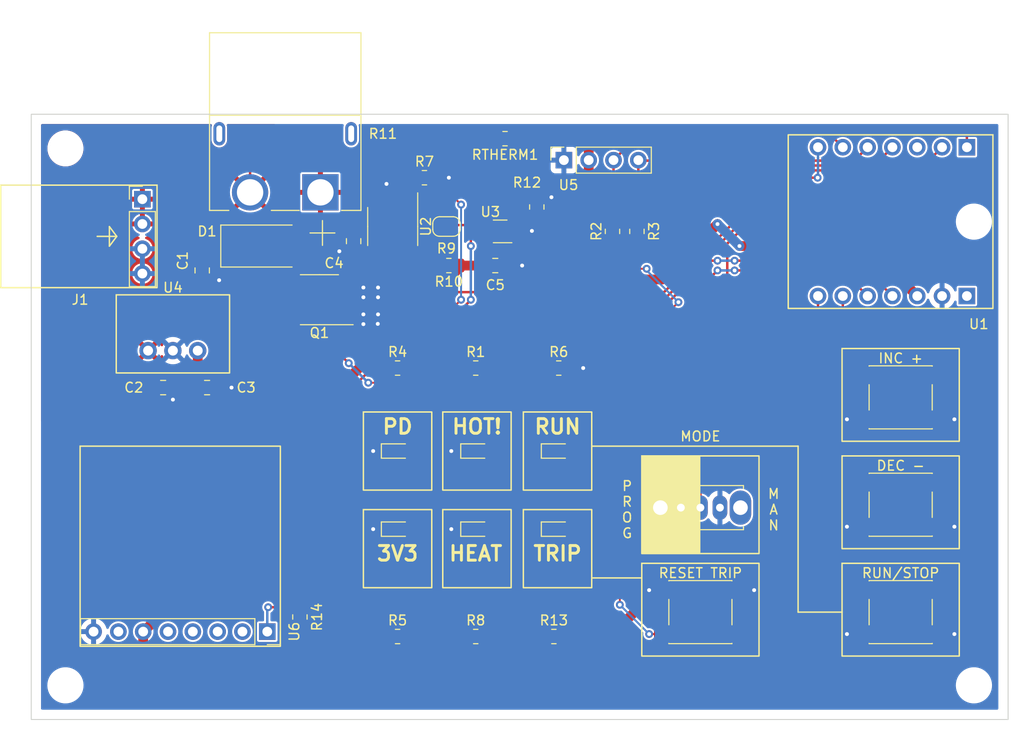
<source format=kicad_pcb>
(kicad_pcb (version 20211014) (generator pcbnew)
  (layers (0 "F.Cu" signal) (31 "B.Cu" signal) (34 "B.Paste" user) (35 "F.Paste" user) (36 "B.SilkS" user "B.Silkscreen") (37 "F.SilkS" user "F.Silkscreen") (38 "B.Mask" user) (39 "F.Mask" user) (44 "Edge.Cuts" user))
  (net 0 "")
  (net 1 "VCC")
  (net 2 "GND")
  (net 3 "+3V3")
  (net 4 "Net-(D1-Pad2)")
  (net 5 "Net-(D_3V3_POW1-Pad2)")
  (net 6 "Net-(D_HEAT1-Pad2)")
  (net 7 "Net-(D_HOT1-Pad2)")
  (net 8 "Net-(D_PD_POW1-Pad2)")
  (net 9 "/ThermalProtector/THM_PROT_OUT")
  (net 10 "Net-(D_RTD1-Pad2)")
  (net 11 "Net-(D_RUN1-Pad1)")
  (net 12 "Net-(D_RUN1-Pad2)")
  (net 13 "/OUTA")
  (net 14 "/OUTB")
  (net 15 "Net-(R1-Pad1)")
  (net 16 "/SCL")
  (net 17 "/SDA")
  (net 18 "/FET_DRIVE")
  (net 19 "Net-(R10-Pad2)")
  (net 20 "Net-(R12-Pad1)")
  (net 21 "/OW_DATA")
  (net 22 "/MODE")
  (net 23 "/INC")
  (net 24 "/DEC")
  (net 25 "/RUN")
  (net 26 "/ThermalProtector/THM_PROT_RES")
  (footprint "Capacitor_SMD:C_0805_2012Metric_Pad1.18x1.45mm_HandSolder" (layer "F.Cu") (at 91 77.5)
    (fp_text reference "C3")
    (fp_text value "C")
  )
  (footprint "Resistor_SMD:R_0805_2012Metric_Pad1.20x1.40mm_HandSolder" (layer "F.Cu") (at 115.75 65 180)
    (fp_text reference "R10")
    (fp_text value "10k")
  )
  (footprint "Button_Switch_SMD:SW_SPST_PTS645" (layer "F.Cu") (at 162 78.5)
    (fp_text reference "SWINC1" hide)
    (fp_text value "SW_SPST")
  )
  (footprint "Resistor_SMD:R_0805_2012Metric_Pad1.20x1.40mm_HandSolder" (layer "F.Cu") (at 135 61.5 90)
    (fp_text reference "R3")
    (fp_text value "4k7")
  )
  (footprint "LED_SMD:LED_0603_1608Metric_Pad1.05x0.95mm_HandSolder" (layer "F.Cu") (at 118.625 92)
    (fp_text reference "D_HEAT1" hide)
    (fp_text value "LED")
  )
  (footprint "Resistor_SMD:R_0805_2012Metric_Pad1.20x1.40mm_HandSolder" (layer "F.Cu") (at 110.5 75.5)
    (fp_text reference "R4")
    (fp_text value "1k5")
  )
  (footprint "Resistor_SMD:R_0805_2012Metric_Pad1.20x1.40mm_HandSolder" (layer "F.Cu") (at 124.75 59 90)
    (fp_text reference "R12")
    (fp_text value "420")
  )
  (footprint "Resistor_SMD:R_0805_2012Metric_Pad1.20x1.40mm_HandSolder" (layer "F.Cu") (at 118.5 75.5)
    (fp_text reference "R1")
    (fp_text value "100")
  )
  (footprint "Button_Switch_SMD:SW_SPST_PTS645" (layer "F.Cu") (at 141.5 100.5)
    (fp_text reference "SWRST1" hide)
    (fp_text value "SW_SPST")
  )
  (footprint "Resistor_SMD:R_0805_2012Metric_Pad1.20x1.40mm_HandSolder" (layer "F.Cu") (at 121.5 52 180)
    (fp_text reference "RTHERM1")
    (fp_text value "10kTHERM")
  )
  (footprint "Package_SO:SOIC-8_3.9x4.9mm_P1.27mm" (layer "F.Cu") (at 102.5 68.5 180)
    (fp_text reference "Q1")
    (fp_text value "Q_Dual_NMOS_S1G1S2G2D2D2D1D1")
  )
  (footprint "Button_Switch_THT:SW_Slide_1P2T_CK_OS102011MS2Q" (layer "F.Cu") (at 139.5 89.7975)
    (fp_text reference "SWMODE1" hide)
    (fp_text value "SW_SPDT")
  )
  (footprint "LED_SMD:LED_0603_1608Metric_Pad1.05x0.95mm_HandSolder" (layer "F.Cu") (at 118.625 84)
    (fp_text reference "D_HOT1" hide)
    (fp_text value "LED")
  )
  (footprint "Resistor_SMD:R_0805_2012Metric_Pad1.20x1.40mm_HandSolder" (layer "F.Cu") (at 126.5 103)
    (fp_text reference "R13")
    (fp_text value "100")
  )
  (footprint "Resistor_SMD:R_0805_2012Metric_Pad1.20x1.40mm_HandSolder" (layer "F.Cu") (at 132.5 61.5 90)
    (fp_text reference "R2")
    (fp_text value "4k7")
  )
  (footprint "Jumper:SolderJumper-2_P1.3mm_Bridged_RoundedPad1.0x1.5mm" (layer "F.Cu") (at 115.5 61 180)
    (fp_text reference "R9")
    (fp_text value "0")
  )
  (footprint "MountingHole:MountingHole_3.2mm_M3_ISO14580" (layer "F.Cu") (at 76.5 53)
    (fp_text reference "H2" hide)
    (fp_text value "MountingHole")
  )
  (footprint "connector_custom:PD_trigger" (layer "F.Cu") (at 84.375 62.01)
    (fp_text reference "J1")
    (fp_text value "Screw_Terminal_01x02")
  )
  (footprint "MountingHole:MountingHole_3.2mm_M3_ISO14580" (layer "F.Cu") (at 76.5 108)
    (fp_text reference "H1" hide)
    (fp_text value "MountingHole")
  )
  (footprint "Capacitor_SMD:C_0805_2012Metric_Pad1.18x1.45mm_HandSolder" (layer "F.Cu") (at 86.5 77.5)
    (fp_text reference "C2")
    (fp_text value "C")
  )
  (footprint "Button_Switch_SMD:SW_SPST_PTS645" (layer "F.Cu") (at 162 89.5)
    (fp_text reference "SWDEC1" hide)
    (fp_text value "SW_SPST")
  )
  (footprint "Connector_PinSocket_2.54mm:PinSocket_1x04_P2.54mm_Vertical" (layer "F.Cu") (at 127.525 54.2 90)
    (fp_text reference "U5")
    (fp_text value "ER-OLED0.49-1_MODULE")
  )
  (footprint "LED_SMD:LED_0603_1608Metric_Pad1.05x0.95mm_HandSolder" (layer "F.Cu") (at 126.875 92)
    (fp_text reference "D_RTD1" hide)
    (fp_text value "LED")
  )
  (footprint "LED_SMD:LED_0603_1608Metric_Pad1.05x0.95mm_HandSolder" (layer "F.Cu") (at 126.875 84)
    (fp_text reference "D_RUN1" hide)
    (fp_text value "LED")
  )
  (footprint "Capacitor_SMD:C_0805_2012Metric_Pad1.18x1.45mm_HandSolder" (layer "F.Cu") (at 120.5 65)
    (fp_text reference "C5")
    (fp_text value "C")
  )
  (footprint "MountingHole:MountingHole_3.2mm_M3_ISO14580" (layer "F.Cu") (at 169.5 60.5)
    (fp_text reference "H4" hide)
    (fp_text value "MountingHole")
  )
  (footprint "Resistor_SMD:R_0805_2012Metric_Pad1.20x1.40mm_HandSolder" (layer "F.Cu") (at 118.5 103)
    (fp_text reference "R8")
    (fp_text value "100")
  )
  (footprint "Package_SO:SOIC-8_3.9x4.9mm_P1.27mm" (layer "F.Cu") (at 110 61 -90)
    (fp_text reference "U2")
    (fp_text value "NCP81071B")
  )
  (footprint "MountingHole:MountingHole_3.2mm_M3_ISO14580" (layer "F.Cu") (at 169.5 108)
    (fp_text reference "H3" hide)
    (fp_text value "MountingHole")
  )
  (footprint "Resistor_SMD:R_0805_2012Metric_Pad1.20x1.40mm_HandSolder" (layer "F.Cu") (at 127 75.5)
    (fp_text reference "R6")
    (fp_text value "100")
  )
  (footprint "Package_TO_SOT_SMD:SOT-353_SC-70-5_Handsoldering" (layer "F.Cu") (at 121 61.5 180)
    (fp_text reference "U3")
    (fp_text value "MIC841N")
  )
  (footprint "DevBoards:QTPY ESP32 C3" (layer "F.Cu") (at 167 60.5 -90)
    (fp_text reference "U1")
    (fp_text value "Adafruit_QTPY_ESP32-C3")
  )
  (footprint "Connector_PinSocket_2.54mm:PinSocket_1x08_P2.54mm_Vertical" (layer "F.Cu") (at 97.16 102.5 -90)
    (fp_text reference "U6")
    (fp_text value "Adafruit_MAX31850")
  )
  (footprint "Capacitor_SMD:C_0805_2012Metric_Pad1.18x1.45mm_HandSolder" (layer "F.Cu") (at 90.5 65.5 -90)
    (fp_text reference "C1")
    (fp_text value "10u")
  )
  (footprint "Diode_SMD:D_SMB_Handsoldering" (layer "F.Cu") (at 97 63)
    (fp_text reference "D1")
    (fp_text value "D")
  )
  (footprint "Resistor_SMD:R_0805_2012Metric_Pad1.20x1.40mm_HandSolder" (layer "F.Cu") (at 113.25 56)
    (fp_text reference "R7")
    (fp_text value "10k")
  )
  (footprint "DevBoards:3pinDCDC" (layer "F.Cu") (at 87.5 73.714)
    (fp_text reference "U4")
    (fp_text value "VR10S3V3")
  )
  (footprint "LED_SMD:LED_0603_1608Metric_Pad1.05x0.95mm_HandSolder" (layer "F.Cu") (at 110.5 92)
    (fp_text reference "D_3V3_POW1" hide)
    (fp_text value "LED")
  )
  (footprint "Button_Switch_SMD:SW_SPST_PTS645" (layer "F.Cu") (at 162 100.5)
    (fp_text reference "SWRUN1" hide)
    (fp_text value "SW_SPST")
  )
  (footprint "Resistor_SMD:R_0805_2012Metric_Pad1.20x1.40mm_HandSolder" (layer "F.Cu") (at 110.5 103)
    (fp_text reference "R5")
    (fp_text value "100")
  )
  (footprint "LED_SMD:LED_0603_1608Metric_Pad1.05x0.95mm_HandSolder" (layer "F.Cu") (at 110.5 84)
    (fp_text reference "D_PD_POW1" hide)
    (fp_text value "LED")
  )
  (footprint "Resistor_SMD:R_0805_2012Metric_Pad1.20x1.40mm_HandSolder" (layer "F.Cu") (at 100.5 101 90)
    (fp_text reference "R14")
    (fp_text value "4k7")
  )
  (footprint "Capacitor_SMD:C_0805_2012Metric_Pad1.18x1.45mm_HandSolder" (layer "F.Cu") (at 106 62.5 -90)
    (fp_text reference "C4")
    (fp_text value "C")
  )
  (footprint "connector_custom:AMASS_XT60PW-M" (layer "F.Cu") (at 99 51.5)
    (fp_text reference "R11")
    (fp_text value "R")
  )
  (gr_rect (start 135.5 94.5) (end 147.5 84.5) (layer "F.SilkS") (width 0.15) (fill none))
  (gr_line (start 151.5 83.5) (end 151.5 100.5) (layer "F.SilkS") (width 0.15))
  (gr_line (start 130.375 83.5) (end 151.5 83.5) (layer "F.SilkS") (width 0.15))
  (gr_rect (start 115.125 90) (end 122.125 98) (layer "F.SilkS") (width 0.15) (fill none))
  (gr_line (start 151.5 100.5) (end 156 100.5) (layer "F.SilkS") (width 0.15))
  (gr_rect (start 156 84.5) (end 168 94) (layer "F.SilkS") (width 0.15) (fill none))
  (gr_rect (start 156 73.5) (end 168 83) (layer "F.SilkS") (width 0.15) (fill none))
  (gr_line (start 130.5 97) (end 135.5 97) (layer "F.SilkS") (width 0.15))
  (gr_rect (start 156 95.5) (end 168 105) (layer "F.SilkS") (width 0.15) (fill none))
  (gr_rect (start 107 90) (end 114 98) (layer "F.SilkS") (width 0.15) (fill none))
  (gr_rect (start 115.125 80) (end 122.125 88) (layer "F.SilkS") (width 0.15) (fill none))
  (gr_rect (start 123.375 90) (end 130.375 98) (layer "F.SilkS") (width 0.15) (fill none))
  (gr_rect (start 78 104) (end 98.5 83.5) (layer "F.SilkS") (width 0.15) (fill none))
  (gr_rect (start 107 80) (end 114 88) (layer "F.SilkS") (width 0.15) (fill none))
  (gr_rect (start 123.375 80) (end 130.375 88) (layer "F.SilkS") (width 0.15) (fill none))
  (gr_rect (start 135.5 95.5) (end 147.5 105) (layer "F.SilkS") (width 0.15) (fill none))
  (gr_rect (start 73 49.5) (end 173 111.5) (layer "Edge.Cuts") (width 0.1) (fill none))
  (gr_text "RESET TRIP" (at 141.5 96.5) (layer "F.SilkS") (effects (font (size 1 1))))
  (gr_text "DEC -" (at 162 85.5) (layer "F.SilkS") (effects (font (size 1 1))))
  (gr_text "PD" (at 110.5 81.5) (layer "F.SilkS") (effects (font (size 1.5 1.5) (thickness 0.3))))
  (gr_text "TRIP" (at 126.875 94.5) (layer "F.SilkS") (effects (font (size 1.5 1.5) (thickness 0.3))))
  (gr_text "HEAT" (at 118.5 94.5) (layer "F.SilkS") (effects (font (size 1.5 1.5) (thickness 0.3))))
  (gr_text "M\nA\nN\n" (at 149 90) (layer "F.SilkS") (effects (font (size 1 1))))
  (gr_text "INC +" (at 162 74.5) (layer "F.SilkS") (effects (font (size 1 1))))
  (gr_text "HOT!" (at 118.625 81.5) (layer "F.SilkS") (effects (font (size 1.5 1.5) (thickness 0.3))))
  (gr_text "MODE" (at 141.5 82.5) (layer "F.SilkS") (effects (font (size 1 1))))
  (gr_text "RUN/STOP" (at 162 96.5) (layer "F.SilkS") (effects (font (size 1 1))))
  (gr_text "P\nR\nO\nG" (at 134 90) (layer "F.SilkS") (effects (font (size 1 1))))
  (gr_text "3V3" (at 110.5 94.5) (layer "F.SilkS") (effects (font (size 1.5 1.5) (thickness 0.3))))
  (gr_text "RUN" (at 126.875 81.5) (layer "F.SilkS") (effects (font (size 1.5 1.5) (thickness 0.3))))
  (segment (start 106 61.4625) (end 105.2875 61.4625) (width 0.25) (layer "F.Cu") (net 1))
  (segment (start 106 60.25) (end 106.25 60) (width 0.25) (layer "F.Cu") (net 1))
  (segment (start 109.5 76.25) (end 108.75 77) (width 0.2) (layer "F.Cu") (net 1))
  (segment (start 106.25 60) (end 107 60) (width 0.25) (layer "F.Cu") (net 1))
  (segment (start 109.365 61.615) (end 107.75 60) (width 0.25) (layer "F.Cu") (net 1))
  (segment (start 95.4 55.1) (end 95.4 57.5) (width 0.25) (layer "F.Cu") (net 1))
  (segment (start 107.75 60) (end 107 60) (width 0.25) (layer "F.Cu") (net 1))
  (segment (start 107 60) (end 107 55.5) (width 0.25) (layer "F.Cu") (net 1))
  (segment (start 103.25 63.5) (end 103.25 72.75) (width 0.25) (layer "F.Cu") (net 1))
  (segment (start 106 61.4625) (end 106 60.25) (width 0.25) (layer "F.Cu") (net 1))
  (segment (start 106 54.5) (end 96 54.5) (width 0.25) (layer "F.Cu") (net 1))
  (segment (start 103.25 72.75) (end 105.5 75) (width 0.25) (layer "F.Cu") (net 1))
  (segment (start 105.2875 61.4625) (end 103.25 63.5) (width 0.25) (layer "F.Cu") (net 1))
  (segment (start 96 54.5) (end 95.4 55.1) (width 0.25) (layer "F.Cu") (net 1))
  (segment (start 109.5 75.5) (end 109.5 76.25) (width 0.2) (layer "F.Cu") (net 1))
  (segment (start 109.365 63.475) (end 109.365 61.615) (width 0.25) (layer "F.Cu") (net 1))
  (segment (start 108.75 77) (end 107.5 77) (width 0.2) (layer "F.Cu") (net 1))
  (segment (start 107 55.5) (end 106 54.5) (width 0.25) (layer "F.Cu") (net 1))
  (via (at 105.5 75) (size 0.8) (drill 0.4) (layers "F.Cu" "B.Cu") (net 1))
  (via (at 107.5 77) (size 0.8) (drill 0.4) (layers "F.Cu" "B.Cu") (net 1))
  (segment (start 105.5 75) (end 107.5 77) (width 0.25) (layer "B.Cu") (net 1))
  (segment (start 109.625 92) (end 108 92) (width 0.25) (layer "F.Cu") (net 2))
  (segment (start 114.25 56) (end 115.75 56) (width 0.2) (layer "F.Cu") (net 2))
  (segment (start 121.5375 65) (end 123.25 65) (width 0.25) (layer "F.Cu") (net 2))
  (segment (start 165.98 91.75) (end 167.5 91.75) (width 0.2) (layer "F.Cu") (net 2))
  (segment (start 106 63.5375) (end 104.5375 63.5375) (width 0.25) (layer "F.Cu") (net 2))
  (segment (start 124.2005 61.5) (end 124.25 61.4505) (width 0.2) (layer "F.Cu") (net 2))
  (segment (start 117.75 92) (end 116.5 92) (width 0.25) (layer "F.Cu") (net 2))
  (segment (start 165.98 102.75) (end 167.5 102.75) (width 0.2) (layer "F.Cu") (net 2))
  (segment (start 124.75 58) (end 126.25 58) (width 0.2) (layer "F.Cu") (net 2))
  (segment (start 117.75 84) (end 116 84) (width 0.25) (layer "F.Cu") (net 2))
  (segment (start 109.365 58.525) (end 109.365 56.635) (width 0.25) (layer "F.Cu") (net 2))
  (segment (start 165.98 80.75) (end 167.5 80.75) (width 0.2) (layer "F.Cu") (net 2))
  (segment (start 93.25 77.5) (end 93.5 77.5) (width 0.25) (layer "F.Cu") (net 2))
  (segment (start 90.76875 66.5) (end 92.23125 66.5) (width 0.25) (layer "F.Cu") (net 2))
  (segment (start 137.52 98.25) (end 136.25 98.25) (width 0.2) (layer "F.Cu") (net 2))
  (segment (start 158.02 80.75) (end 156.5 80.75) (width 0.2) (layer "F.Cu") (net 2))
  (segment (start 158.02 91.75) (end 156.5 91.75) (width 0.2) (layer "F.Cu") (net 2))
  (segment (start 109.625 84) (end 108 84) (width 0.25) (layer "F.Cu") (net 2))
  (segment (start 116.5 92) (end 116 92) (width 0.25) (layer "F.Cu") (net 2))
  (segment (start 158.02 102.75) (end 156.5 102.75) (width 0.2) (layer "F.Cu") (net 2))
  (segment (start 128 75.5) (end 129.5 75.5) (width 0.25) (layer "F.Cu") (net 2))
  (segment (start 122.33 61.5) (end 124.2005 61.5) (width 0.2) (layer "F.Cu") (net 2))
  (segment (start 87.5 77.26875) (end 87.5 78.73125) (width 0.5) (layer "F.Cu") (net 2))
  (segment (start 145.48 98.25) (end 147 98.25) (width 0.2) (layer "F.Cu") (net 2))
  (segment (start 92.0375 77.5) (end 93.25 77.5) (width 0.25) (layer "F.Cu") (net 2))
  (via (at 116 84) (size 0.8) (drill 0.4) (layers "F.Cu" "B.Cu") (net 2))
  (via (at 123.25 65) (size 0.8) (drill 0.4) (layers "F.Cu" "B.Cu") (net 2))
  (via (at 156.5 80.75) (size 0.8) (drill 0.4) (layers "F.Cu" "B.Cu") (net 2))
  (via (at 107 67.25) (size 0.8) (drill 0.4) (layers "F.Cu" "B.Cu") (net 2))
  (via (at 167.5 102.75) (size 0.8) (drill 0.4) (layers "F.Cu" "B.Cu") (net 2))
  (via (at 156.5 91.75) (size 0.8) (drill 0.4) (layers "F.Cu" "B.Cu") (net 2))
  (via (at 124.25 61.4505) (size 0.8) (drill 0.4) (layers "F.Cu" "B.Cu") (net 2))
  (via (at 136.25 98.25) (size 0.8) (drill 0.4) (layers "F.Cu" "B.Cu") (net 2))
  (via (at 116 92) (size 0.8) (drill 0.4) (layers "F.Cu" "B.Cu") (net 2))
  (via (at 156.5 102.75) (size 0.8) (drill 0.4) (layers "F.Cu" "B.Cu") (net 2))
  (via (at 87.5 78.73125) (size 0.8) (drill 0.4) (layers "F.Cu" "B.Cu") (net 2))
  (via (at 126.25 58) (size 0.8) (drill 0.4) (layers "F.Cu" "B.Cu") (net 2))
  (via (at 167.5 80.75) (size 0.8) (drill 0.4) (layers "F.Cu" "B.Cu") (net 2))
  (via (at 92.23125 66.5) (size 0.8) (drill 0.4) (layers "F.Cu" "B.Cu") (net 2))
  (via (at 108 84) (size 0.8) (drill 0.4) (layers "F.Cu" "B.Cu") (net 2))
  (via (at 108.5 68.25) (size 0.8) (drill 0.4) (layers "F.Cu" "B.Cu") (net 2))
  (via (at 107 70) (size 0.8) (drill 0.4) (layers "F.Cu" "B.Cu") (net 2))
  (via (at 147 98.25) (size 0.8) (drill 0.4) (layers "F.Cu" "B.Cu") (net 2))
  (via (at 107 71) (size 0.8) (drill 0.4) (layers "F.Cu" "B.Cu") (net 2))
  (via (at 109.365 56.635) (size 0.8) (drill 0.4) (layers "F.Cu" "B.Cu") (net 2))
  (via (at 93.5 77.5) (size 0.8) (drill 0.4) (layers "F.Cu" "B.Cu") (net 2))
  (via (at 104.5375 63.5375) (size 0.8) (drill 0.4) (layers "F.Cu" "B.Cu") (net 2))
  (via (at 129.5 75.5) (size 0.8) (drill 0.4) (layers "F.Cu" "B.Cu") (net 2))
  (via (at 108.5 67.25) (size 0.8) (drill 0.4) (layers "F.Cu" "B.Cu") (net 2))
  (via (at 108.5 70) (size 0.8) (drill 0.4) (layers "F.Cu" "B.Cu") (net 2))
  (via (at 167.5 91.75) (size 0.8) (drill 0.4) (layers "F.Cu" "B.Cu") (net 2))
  (via (at 108.472536 70.972536) (size 0.8) (drill 0.4) (layers "F.Cu" "B.Cu") (net 2))
  (via (at 115.75 56) (size 0.8) (drill 0.4) (layers "F.Cu" "B.Cu") (net 2))
  (via (at 108 92) (size 0.8) (drill 0.4) (layers "F.Cu" "B.Cu") (net 2))
  (via (at 107 68.25) (size 0.8) (drill 0.4) (layers "F.Cu" "B.Cu") (net 2))
  (segment (start 143.25 60.75) (end 143.25 60.750002) (width 1) (layer "F.Cu") (net 3))
  (segment (start 130.065 54.2) (end 130.065 61.815) (width 1) (layer "F.Cu") (net 3))
  (segment (start 90 97) (end 84.46 102.54) (width 1) (layer "F.Cu") (net 3))
  (segment (start 109.5 103) (end 109.5 106) (width 1) (layer "F.Cu") (net 3))
  (segment (start 100.5 105) (end 100.5 102) (width 1) (layer "F.Cu") (net 3))
  (segment (start 124 106.75) (end 125.5 105.25) (width 1) (layer "F.Cu") (net 3))
  (segment (start 119.4625 65) (end 119.4625 65.9625) (width 1) (layer "F.Cu") (net 3))
  (segment (start 135 62.5) (end 137.75 62.5) (width 1) (layer "F.Cu") (net 3))
  (segment (start 158.578 63) (end 145.5 63) (width 1) (layer "F.Cu") (net 3))
  (segment (start 110.25 106.75) (end 124 106.75) (width 1) (layer "F.Cu") (net 3))
  (segment (start 90.04 96.96) (end 90.04 73.714) (width 1) (layer "F.Cu") (net 3))
  (segment (start 109.5 106) (end 110.25 106.75) (width 1) (layer "F.Cu") (net 3))
  (segment (start 125.5 105.25) (end 125.5 103) (width 1) (layer "F.Cu") (net 3))
  (segment (start 139.5 92.0475) (end 139.5 89.7975) (width 1) (layer "F.Cu") (net 3))
  (segment (start 119.67 63.58) (end 119.5 63.75) (width 0.2) (layer "F.Cu") (net 3))
  (segment (start 122.5 52) (end 129.25 52) (width 1) (layer "F.Cu") (net 3))
  (segment (start 125.5 105.25) (end 130 105.25) (width 1) (layer "F.Cu") (net 3))
  (segment (start 100.5 102) (end 108.5 102) (width 1) (layer "F.Cu") (net 3))
  (segment (start 84.46 104.46) (end 85.5 105.5) (width 1) (layer "F.Cu") (net 3))
  (segment (start 136.25 93) (end 138.5475 93) (width 1) (layer "F.Cu") (net 3))
  (segment (start 119.67 62.15) (end 119.67 63.58) (width 0.2) (layer "F.Cu") (net 3))
  (segment (start 119.5 63.75) (end 119.5 64.9625) (width 0.2) (layer "F.Cu") (net 3))
  (segment (start 130.065 61.815) (end 130.75 62.5) (width 1) (layer "F.Cu") (net 3))
  (segment (start 100 105.5) (end 100.5 105) (width 1) (layer "F.Cu") (net 3))
  (segment (start 134.75 94.5) (end 136.25 93) (width 1) (layer "F.Cu") (net 3))
  (segment (start 137.57548 66.42452) (end 143.25 60.75) (width 1) (layer "F.Cu") (net 3))
  (segment (start 163.698 68.12) (end 158.578 63) (width 1) (layer "F.Cu") (net 3))
  (segment (start 116.75 65.30493) (end 116.75 65) (width 1) (layer "F.Cu") (net 3))
  (segment (start 85.5 105.5) (end 100 105.5) (width 1) (layer "F.Cu") (net 3))
  (segment (start 119.92452 66.42452) (end 137.57548 66.42452) (width 1) (layer "F.Cu") (net 3))
  (segment (start 130 105.25) (end 134.75 100.5) (width 1) (layer "F.Cu") (net 3))
  (segment (start 119.5 64.9625) (end 119.4625 65) (width 0.2) (layer "F.Cu") (net 3))
  (segment (start 138.5475 93) (end 139.5 92.0475) (width 1) (layer "F.Cu") (net 3))
  (segment (start 116.75 65) (end 119.4625 65) (width 1) (layer "F.Cu") (net 3))
  (segment (start 84.46 102.5) (end 84.46 104.46) (width 1) (layer "F.Cu") (net 3))
  (segment (start 119.4625 65.9625) (end 119.92452 66.42452) (width 1) (layer "F.Cu") (net 3))
  (segment (start 90.04 79.9625) (end 102.09243 79.9625) (width 1) (layer "F.Cu") (net 3))
  (segment (start 134.75 100.5) (end 134.75 94.5) (width 1) (layer "F.Cu") (net 3))
  (segment (start 130.065 52.815) (end 130.065 54.2) (width 1) (layer "F.Cu") (net 3))
  (segment (start 135 62.5) (end 132.5 62.5) (width 1) (layer "F.Cu") (net 3))
  (segment (start 139.625 64.375) (end 143.25 60.75) (width 1) (layer "F.Cu") (net 3))
  (segment (start 137.75 62.5) (end 139.625 64.375) (width 1) (layer "F.Cu") (net 3))
  (segment (start 108.5 102) (end 109.5 103) (width 1) (layer "F.Cu") (net 3))
  (segment (start 102.09243 79.9625) (end 116.75 65.30493) (width 1) (layer "F.Cu") (net 3))
  (segment (start 129.25 52) (end 130.065 52.815) (width 1) (layer "F.Cu") (net 3))
  (segment (start 130.75 62.5) (end 132.5 62.5) (width 1) (layer "F.Cu") (net 3))
  (via (at 143.25 60.750002) (size 0.8) (drill 0.4) (layers "F.Cu" "B.Cu") (net 3))
  (via (at 145.5 63) (size 0.8) (drill 0.4) (layers "F.Cu" "B.Cu") (net 3))
  (segment (start 143.250002 60.750002) (end 145.5 63) (width 1) (layer "B.Cu") (net 3))
  (segment (start 143.25 60.750002) (end 143.250002 60.750002) (width 1) (layer "B.Cu") (net 3))
  (segment (start 113 102.5) (end 112.5 103) (width 0.25) (layer "F.Cu") (net 5))
  (segment (start 112.5 103) (end 111.5 103) (width 0.25) (layer "F.Cu") (net 5))
  (segment (start 111.375 92) (end 112.5 92) (width 0.25) (layer "F.Cu") (net 5))
  (segment (start 113 92.5) (end 113 102.5) (width 0.25) (layer "F.Cu") (net 5))
  (segment (start 112.5 92) (end 113 92.5) (width 0.25) (layer "F.Cu") (net 5))
  (segment (start 120.5 103) (end 121.5 102) (width 0.25) (layer "F.Cu") (net 6))
  (segment (start 121 92) (end 119.5 92) (width 0.25) (layer "F.Cu") (net 6))
  (segment (start 119.5 103) (end 120.5 103) (width 0.25) (layer "F.Cu") (net 6))
  (segment (start 121.5 102) (end 121.5 92.5) (width 0.25) (layer "F.Cu") (net 6))
  (segment (start 121.5 92.5) (end 121 92) (width 0.25) (layer "F.Cu") (net 6))
  (segment (start 121 83.5) (end 120.5 84) (width 0.25) (layer "F.Cu") (net 7))
  (segment (start 120.5 75.5) (end 121 76) (width 0.25) (layer "F.Cu") (net 7))
  (segment (start 120.5 84) (end 119.5 84) (width 0.25) (layer "F.Cu") (net 7))
  (segment (start 119.5 75.5) (end 120.5 75.5) (width 0.25) (layer "F.Cu") (net 7))
  (segment (start 121 76) (end 121 83.5) (width 0.25) (layer "F.Cu") (net 7))
  (segment (start 113 83.5) (end 112.5 84) (width 0.25) (layer "F.Cu") (net 8))
  (segment (start 112.5 75.5) (end 113 76) (width 0.25) (layer "F.Cu") (net 8))
  (segment (start 113 76) (end 113 83.5) (width 0.25) (layer "F.Cu") (net 8))
  (segment (start 112.5 84) (end 111.375 84) (width 0.25) (layer "F.Cu") (net 8))
  (segment (start 111.5 75.5) (end 112.5 75.5) (width 0.25) (layer "F.Cu") (net 8))
  (segment (start 122.625 89) (end 115.5 89) (width 0.25) (layer "F.Cu") (net 9))
  (segment (start 115 88.5) (end 115 71.5246) (width 0.25) (layer "F.Cu") (net 9))
  (segment (start 116.3 60.85) (end 119.67 60.85) (width 0.25) (layer "F.Cu") (net 9))
  (segment (start 116.15 61) (end 116.3 60.85) (width 0.25) (layer "F.Cu") (net 9))
  (segment (start 115.5 89) (end 115 88.5) (width 0.25) (layer "F.Cu") (net 9))
  (segment (start 118 68.5246) (end 118 68.5) (width 0.25) (layer "F.Cu") (net 9))
  (segment (start 118.000001 60.85) (end 118.000001 63.000001) (width 0.25) (layer "F.Cu") (net 9))
  (segment (start 119.67 60.85) (end 118.000001 60.85) (width 0.25) (layer "F.Cu") (net 9))
  (segment (start 126 92) (end 125.625 92) (width 0.25) (layer "F.Cu") (net 9))
  (segment (start 115 71.5246) (end 118 68.5246) (width 0.25) (layer "F.Cu") (net 9))
  (segment (start 125.625 92) (end 122.625 89) (width 0.25) (layer "F.Cu") (net 9))
  (via (at 118 68.5) (size 0.8) (drill 0.4) (layers "F.Cu" "B.Cu") (net 9))
  (via (at 118.000001 63.000001) (size 0.8) (drill 0.4) (layers "F.Cu" "B.Cu") (net 9))
  (segment (start 118 68.5) (end 118.000001 63.000001) (width 0.25) (layer "B.Cu") (net 9))
  (segment (start 127.75 92) (end 129 92) (width 0.25) (layer "F.Cu") (net 10))
  (segment (start 129.5 92.5) (end 129.5 102.5) (width 0.25) (layer "F.Cu") (net 10))
  (segment (start 129 103) (end 127.5 103) (width 0.25) (layer "F.Cu") (net 10))
  (segment (start 129.5 102.5) (end 129 103) (width 0.25) (layer "F.Cu") (net 10))
  (segment (start 129 92) (end 129.5 92.5) (width 0.25) (layer "F.Cu") (net 10))
  (segment (start 126 75.5) (end 125 75.5) (width 0.25) (layer "F.Cu") (net 11))
  (segment (start 125 75.5) (end 124.5 76) (width 0.25) (layer "F.Cu") (net 11))
  (segment (start 124.5 76) (end 124.5 83.5) (width 0.25) (layer "F.Cu") (net 11))
  (segment (start 125 84) (end 126 84) (width 0.25) (layer "F.Cu") (net 11))
  (segment (start 124.5 83.5) (end 125 84) (width 0.25) (layer "F.Cu") (net 11))
  (segment (start 161.158 68.12) (end 157.538 64.5) (width 0.25) (layer "F.Cu") (net 12))
  (segment (start 127.75 84) (end 127.75 79.2254) (width 0.25) (layer "F.Cu") (net 12))
  (segment (start 127.75 79.2254) (end 142.4754 64.5) (width 0.25) (layer "F.Cu") (net 12))
  (segment (start 157.538 64.5) (end 145 64.5) (width 0.25) (layer "F.Cu") (net 12))
  (segment (start 142.4754 64.5) (end 143.25 64.5) (width 0.25) (layer "F.Cu") (net 12))
  (via (at 143.25 64.5) (size 0.8) (drill 0.4) (layers "F.Cu" "B.Cu") (net 12))
  (via (at 145 64.5) (size 0.8) (drill 0.4) (layers "F.Cu" "B.Cu") (net 12))
  (segment (start 143.25 64.5) (end 145 64.5) (width 0.25) (layer "B.Cu") (net 12))
  (segment (start 110.635 67.365) (end 110.635 63.475) (width 0.25) (layer "F.Cu") (net 13))
  (segment (start 104.975 69.135) (end 108.865 69.135) (width 0.25) (layer "F.Cu") (net 13))
  (segment (start 108.865 69.135) (end 110.635 67.365) (width 0.25) (layer "F.Cu") (net 13))
  (segment (start 108.095 64.655) (end 106.155 66.595) (width 0.25) (layer "F.Cu") (net 14))
  (segment (start 108.095 63.475) (end 108.095 64.655) (width 0.25) (layer "F.Cu") (net 14))
  (segment (start 106.155 66.595) (end 104.975 66.595) (width 0.25) (layer "F.Cu") (net 14))
  (segment (start 151 55.25) (end 163.868 55.25) (width 0.25) (layer "F.Cu") (net 15))
  (segment (start 163.868 55.25) (end 166.238 52.88) (width 0.25) (layer "F.Cu") (net 15))
  (segment (start 117.5 75.5) (end 117.5 75.364283) (width 0.25) (layer "F.Cu") (net 15))
  (segment (start 117.5 75.364283) (end 121.813803 71.05048) (width 0.25) (layer "F.Cu") (net 15))
  (segment (start 121.813803 71.05048) (end 135.19952 71.05048) (width 0.25) (layer "F.Cu") (net 15))
  (segment (start 135.19952 71.05048) (end 151 55.25) (width 0.25) (layer "F.Cu") (net 15))
  (segment (start 132.605 60.395) (end 132.5 60.5) (width 0.25) (layer "F.Cu") (net 16))
  (segment (start 135.305 51.5) (end 154.698 51.5) (width 0.25) (layer "F.Cu") (net 16))
  (segment (start 132.605 54.2) (end 132.605 60.395) (width 0.25) (layer "F.Cu") (net 16))
  (segment (start 154.698 51.5) (end 156.078 52.88) (width 0.25) (layer "F.Cu") (net 16))
  (segment (start 132.605 54.2) (end 135.305 51.5) (width 0.25) (layer "F.Cu") (net 16))
  (segment (start 158.618 52.88) (end 157.248 54.25) (width 0.25) (layer "F.Cu") (net 17))
  (segment (start 157.248 54.25) (end 135.195 54.25) (width 0.25) (layer "F.Cu") (net 17))
  (segment (start 135 60.5) (end 135.145 60.355) (width 0.25) (layer "F.Cu") (net 17))
  (segment (start 135.145 60.355) (end 135.145 54.2) (width 0.25) (layer "F.Cu") (net 17))
  (segment (start 135.195 54.25) (end 135.145 54.2) (width 0.25) (layer "F.Cu") (net 17))
  (segment (start 117.5 103) (end 116.25 103) (width 0.2) (layer "F.Cu") (net 18))
  (segment (start 168.778 51.278) (end 168.47548 50.97548) (width 0.25) (layer "F.Cu") (net 18))
  (segment (start 108.095 56.405) (end 108.885 55.615) (width 0.25) (layer "F.Cu") (net 18))
  (segment (start 168.778 52.88) (end 168.778 51.278) (width 0.25) (layer "F.Cu") (net 18))
  (segment (start 114.5 101.25) (end 114.5 71) (width 0.2) (layer "F.Cu") (net 18))
  (segment (start 110.635 55.615) (end 110.635 58.525) (width 0.25) (layer "F.Cu") (net 18))
  (segment (start 112.25 56) (end 113.75 57.5) (width 0.2) (layer "F.Cu") (net 18))
  (segment (start 116.25 103) (end 114.5 101.25) (width 0.2) (layer "F.Cu") (net 18))
  (segment (start 113.02452 50.97548) (end 111.375 52.625) (width 0.25) (layer "F.Cu") (net 18))
  (segment (start 108.885 55.615) (end 110.635 55.615) (width 0.25) (layer "F.Cu") (net 18))
  (segment (start 108.095 58.525) (end 108.095 56.405) (width 0.25) (layer "F.Cu") (net 18))
  (segment (start 115.75 57.5) (end 117 58.75) (width 0.2) (layer "F.Cu") (net 18))
  (segment (start 112.25 56) (end 112.25 53.5) (width 0.2) (layer "F.Cu") (net 18))
  (segment (start 113.75 57.5) (end 115.75 57.5) (width 0.2) (layer "F.Cu") (net 18))
  (segment (start 168.47548 50.97548) (end 113.02452 50.97548) (width 0.25) (layer "F.Cu") (net 18))
  (segment (start 114.5 71) (end 117 68.5) (width 0.2) (layer "F.Cu") (net 18))
  (segment (start 111.375 52.625) (end 110.635 53.365) (width 0.25) (layer "F.Cu") (net 18))
  (segment (start 110.635 53.365) (end 110.635 55.615) (width 0.25) (layer "F.Cu") (net 18))
  (segment (start 112.25 53.5) (end 111.375 52.625) (width 0.2) (layer "F.Cu") (net 18))
  (via (at 117 68.5) (size 0.8) (drill 0.4) (layers "F.Cu" "B.Cu") (net 18))
  (via (at 117 58.75) (size 0.8) (drill 0.4) (layers "F.Cu" "B.Cu") (net 18))
  (segment (start 117 68.5) (end 117 58.75) (width 0.2) (layer "B.Cu") (net 18))
  (segment (start 114.525 58.525) (end 114.85 58.85) (width 0.25) (layer "F.Cu") (net 19))
  (segment (start 112.25 65) (end 115 65) (width 0.25) (layer "F.Cu") (net 19))
  (segment (start 111.905 58.525) (end 114.525 58.525) (width 0.25) (layer "F.Cu") (net 19))
  (segment (start 111.905 63.475) (end 111.905 64.655) (width 0.25) (layer "F.Cu") (net 19))
  (segment (start 114.85 61) (end 114.85 64.65) (width 0.25) (layer "F.Cu") (net 19))
  (segment (start 114.85 58.85) (end 114.85 61) (width 0.25) (layer "F.Cu") (net 19))
  (segment (start 114.85 64.65) (end 114.5 65) (width 0.25) (layer "F.Cu") (net 19))
  (segment (start 111.905 64.655) (end 112.25 65) (width 0.25) (layer "F.Cu") (net 19))
  (segment (start 123.65 60.85) (end 124.5 60) (width 0.2) (layer "F.Cu") (net 20))
  (segment (start 124.5 60) (end 124.75 60) (width 0.2) (layer "F.Cu") (net 20))
  (segment (start 120.5 52) (end 120.5 57.25) (width 0.2) (layer "F.Cu") (net 20))
  (segment (start 122.33 59.08) (end 122.33 60.85) (width 0.2) (layer "F.Cu") (net 20))
  (segment (start 120.5 57.25) (end 122.33 59.08) (width 0.2) (layer "F.Cu") (net 20))
  (segment (start 122.33 60.85) (end 123.65 60.85) (width 0.2) (layer "F.Cu") (net 20))
  (segment (start 100.5 82.887507) (end 100.5 100) (width 0.25) (layer "F.Cu") (net 21))
  (segment (start 100.5 100) (end 97.25 100) (width 0.25) (layer "F.Cu") (net 21))
  (segment (start 161.158 52.88) (end 159.288 54.75) (width 0.25) (layer "F.Cu") (net 21))
  (segment (start 137.775499 67.724501) (end 115.663006 67.724501) (width 0.25) (layer "F.Cu") (net 21))
  (segment (start 159.288 54.75) (end 150.75 54.75) (width 0.25) (layer "F.Cu") (net 21))
  (segment (start 150.75 54.75) (end 137.775499 67.724501) (width 0.25) (layer "F.Cu") (net 21))
  (segment (start 115.663006 67.724501) (end 100.5 82.887507) (width 0.25) (layer "F.Cu") (net 21))
  (via (at 97.25 100) (size 0.8) (drill 0.4) (layers "F.Cu" "B.Cu") (net 21))
  (segment (start 97.16 102.5) (end 97.16 100.09) (width 0.25) (layer "B.Cu") (net 21))
  (segment (start 97.16 100.09) (end 97.25 100) (width 0.25) (layer "B.Cu") (net 21))
  (segment (start 141.5 67.25) (end 143.25 65.5) (width 0.25) (layer "F.Cu") (net 22))
  (segment (start 158.618 68.12) (end 155.998 65.5) (width 0.25) (layer "F.Cu") (net 22))
  (segment (start 155.998 65.5) (end 145 65.5) (width 0.25) (layer "F.Cu") (net 22))
  (segment (start 141.5 89.7975) (end 141.5 67.25) (width 0.25) (layer "F.Cu") (net 22))
  (via (at 143.25 65.5) (size 0.8) (drill 0.4) (layers "F.Cu" "B.Cu") (net 22))
  (via (at 145 65.5) (size 0.8) (drill 0.4) (layers "F.Cu" "B.Cu") (net 22))
  (segment (start 143.25 65.5) (end 145 65.5) (width 0.25) (layer "B.Cu") (net 22))
  (segment (start 158.02 76.25) (end 165.98 76.25) (width 0.25) (layer "F.Cu") (net 23))
  (segment (start 156.078 68.12) (end 156.078 71.578) (width 0.25) (layer "F.Cu") (net 23))
  (segment (start 156.078 71.578) (end 158.02 73.52) (width 0.25) (layer "F.Cu") (net 23))
  (segment (start 158.02 76.25) (end 158.02 73.52) (width 0.25) (layer "F.Cu") (net 23))
  (segment (start 153.538 68.12) (end 153.538 82.893) (width 0.25) (layer "F.Cu") (net 24))
  (segment (start 157.895 87.25) (end 158.02 87.25) (width 0.25) (layer "F.Cu") (net 24))
  (segment (start 158.02 87.25) (end 166.5 87.25) (width 0.25) (layer "F.Cu") (net 24))
  (segment (start 153.538 82.893) (end 157.895 87.25) (width 0.25) (layer "F.Cu") (net 24))
  (segment (start 158.02 98.25) (end 144.25 84.48) (width 0.25) (layer "F.Cu") (net 25))
  (segment (start 158.02 98.25) (end 165.98 98.25) (width 0.25) (layer "F.Cu") (net 25))
  (segment (start 144.25 62.75) (end 151 56) (width 0.25) (layer "F.Cu") (net 25))
  (segment (start 144.25 84.48) (end 144.25 62.75) (width 0.25) (layer "F.Cu") (net 25))
  (segment (start 151 56) (end 153.5 56) (width 0.25) (layer "F.Cu") (net 25))
  (via (at 153.5 56) (size 0.8) (drill 0.4) (layers "F.Cu" "B.Cu") (net 25))
  (segment (start 153.538 52.88) (end 153.538 55.962) (width 0.25) (layer "B.Cu") (net 25))
  (segment (start 153.538 55.962) (end 153.5 56) (width 0.25) (layer "B.Cu") (net 25))
  (segment (start 137.52 102.75) (end 136.25 102.75) (width 0.2) (layer "F.Cu") (net 26))
  (segment (start 137.52 102.75) (end 145.48 102.75) (width 0.2) (layer "F.Cu") (net 26))
  (segment (start 122.33 62.15) (end 125.50502 65.32502) (width 0.2) (layer "F.Cu") (net 26))
  (segment (start 139.25 68.75) (end 133.25 74.75) (width 0.2) (layer "F.Cu") (net 26))
  (segment (start 133.25 74.75) (end 133.25 99.75) (width 0.2) (layer "F.Cu") (net 26))
  (segment (start 125.50502 65.32502) (end 136 65.32502) (width 0.2) (layer "F.Cu") (net 26))
  (via (at 136 65.32502) (size 0.8) (drill 0.4) (layers "F.Cu" "B.Cu") (net 26))
  (via (at 136.25 102.75) (size 0.8) (drill 0.4) (layers "F.Cu" "B.Cu") (net 26))
  (via (at 133.25 99.75) (size 0.8) (drill 0.4) (layers "F.Cu" "B.Cu") (net 26))
  (via (at 139.25 68.75) (size 0.8) (drill 0.4) (layers "F.Cu" "B.Cu") (net 26))
  (segment (start 139.25 68.75) (end 136 65.5) (width 0.2) (layer "B.Cu") (net 26))
  (segment (start 136 65.5) (end 136 65.32502) (width 0.2) (layer "B.Cu") (net 26))
  (segment (start 136.25 102.75) (end 133.25 99.75) (width 0.2) (layer "B.Cu") (net 26))
  (zone (net 1) (net_name "VCC") (layer "F.Cu") (connect_pads (clearance 0)) (min_thickness 0.254) (fill yes (thermal_gap 0.508) (thermal_bridge_width 0.508))
    (polygon (pts (xy 89.5 68) (xy 86.5 68) (xy 86.5 81) (xy 74 81) (xy 74 67) (xy 74 56) (xy 78.5 56) (xy 89.5 56)))
  )
  (zone (net 2) (net_name "GND") (layer "F.Cu") (connect_pads (clearance 0)) (min_thickness 0.254) (fill yes (thermal_gap 0.508) (thermal_bridge_width 0.508))
    (polygon (pts (xy 109 71.5) (xy 103.5 71.5) (xy 103.5 66.75) (xy 109 66.75)))
  )
  (zone (net 1) (net_name "VCC") (layer "F.Cu") (connect_pads (clearance 0)) (min_thickness 0.254) (fill yes (thermal_gap 0.508) (thermal_bridge_width 0.508))
    (polygon (pts (xy 98 59) (xy 97 60) (xy 97 65.5) (xy 89.5 65.5) (xy 89.5 56.01) (xy 74 56) (xy 74 50.5) (xy 98 50.5)))
  )
  (zone (net 4) (net_name "Net-(D1-Pad2)") (layer "F.Cu") (connect_pads (clearance 0)) (min_thickness 0.254) (fill yes (thermal_gap 0.508) (thermal_bridge_width 0.508))
    (polygon (pts (xy 105.5 60) (xy 102.5 63) (xy 102.5 72) (xy 97.5 72) (xy 97.5 60) (xy 98.5 59) (xy 98.5 54.5) (xy 105.5 54.5)))
  )
  (zone (net 2) (net_name "GND") (layer "B.Cu") (name "fillsilk") (connect_pads (clearance 0)) (min_thickness 0.254) (fill yes (thermal_gap 0.508) (thermal_bridge_width 0.508))
    (polygon (pts (xy 172 110.5) (xy 74 110.5) (xy 74 50.5) (xy 172 50.5)))
  )
  (zone (net 0) (net_name "") (layer "F.SilkS") (name "fillsilk") (connect_pads (clearance 0)) (min_thickness 0.254) (fill yes (thermal_gap 0.508) (thermal_bridge_width 0.508))
    (polygon (pts (xy 141.5 94.5) (xy 135.5 94.5) (xy 135.5 84.5) (xy 141.5 84.5)))
  )
)
</source>
